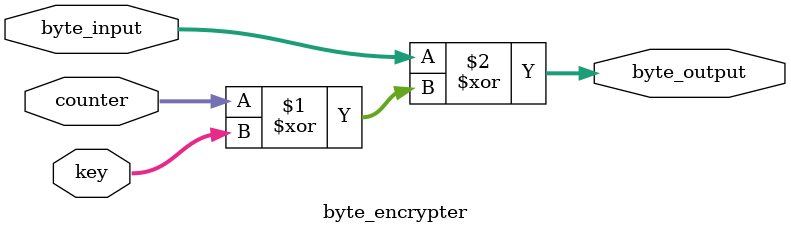
<source format=v>
`timescale 1ns / 1ps


module byte_encrypter(
    input [7:0] byte_input,
    input [7:0] key,
    input [7:0] counter,
    output [7:0] byte_output
    );
    
    assign byte_output = byte_input^(counter^key);
    
endmodule

</source>
